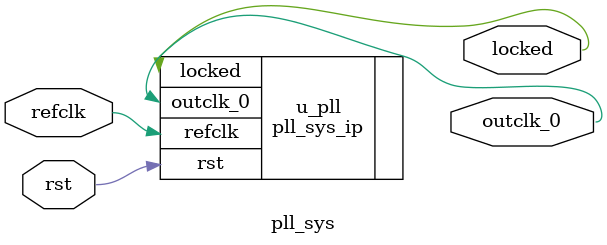
<source format=v>

module pll_sys (
    input  wire refclk,   // 50MHz Input
    input  wire rst,      // Reset
    output wire outclk_0, // 20MHz Output
    output wire locked    // PLL Locked Signal
);

    // -------------------------------------------------------------------------
    // Simulation Model
    // -------------------------------------------------------------------------
    // For simulation/linting purposes only. 
    // This will NOT synthesize to a real PLL on hardware without the IP Core.
    
    `ifdef SYNTHESIS
        // In synthesis, we expect the user to generate the IP named 'pll_sys_ip'
        // or we can instantiate a generic cyclonev_pll if we want to be fancy,
        // but usually it's better to leave a black box or error out if missing.
        
        // For this "Clean Room" recreation, we will assume the user generates
        // a PLL named 'pll_sys_ip' with the following ports.
        pll_sys_ip u_pll (
            .refclk   (refclk),
            .rst      (rst),
            .outclk_0 (outclk_0),
            .locked   (locked)
        );
    `else
        // Simple clock divider/simulation for testing
        // 50MHz -> 20MHz is factor of 2.5. Hard to do with simple flip-flops.
        // We'll just approximate or toggle.
        reg clk_20 = 0;
        initial forever #25 clk_20 = ~clk_20; // 20MHz = 50ns period -> 25ns toggle
        
        assign outclk_0 = clk_20;
        assign locked   = 1'b1;
    `endif

endmodule

</source>
